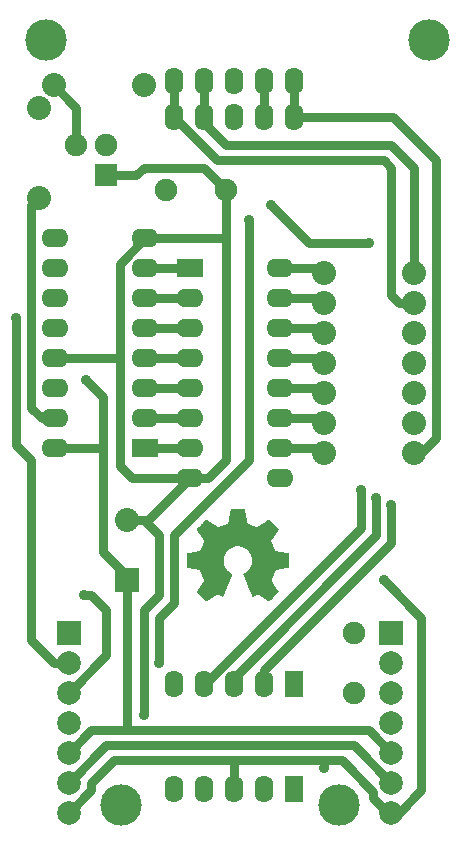
<source format=gbl>
G04 (created by PCBNEW (2013-07-07 BZR 4022)-stable) date 17/03/2015 13:31:24*
%MOIN*%
G04 Gerber Fmt 3.4, Leading zero omitted, Abs format*
%FSLAX34Y34*%
G01*
G70*
G90*
G04 APERTURE LIST*
%ADD10C,0.00590551*%
%ADD11C,0.0001*%
%ADD12R,0.0787X0.0787*%
%ADD13C,0.0787*%
%ADD14R,0.062X0.09*%
%ADD15O,0.062X0.09*%
%ADD16R,0.09X0.062*%
%ADD17O,0.09X0.062*%
%ADD18R,0.075X0.075*%
%ADD19C,0.075*%
%ADD20C,0.08*%
%ADD21R,0.08X0.08*%
%ADD22C,0.1378*%
%ADD23C,0.035*%
%ADD24C,0.03*%
G04 APERTURE END LIST*
G54D10*
G54D11*
G36*
X20092Y-28371D02*
X20092Y-28591D01*
X20092Y-28625D01*
X20092Y-28656D01*
X20092Y-28683D01*
X20092Y-28707D01*
X20092Y-28728D01*
X20092Y-28747D01*
X20092Y-28763D01*
X20092Y-28777D01*
X20091Y-28788D01*
X20091Y-28797D01*
X20091Y-28804D01*
X20091Y-28810D01*
X20090Y-28814D01*
X20090Y-28816D01*
X20090Y-28817D01*
X20085Y-28824D01*
X20078Y-28829D01*
X20070Y-28832D01*
X20067Y-28833D01*
X20061Y-28834D01*
X20052Y-28835D01*
X20040Y-28838D01*
X20026Y-28840D01*
X20009Y-28844D01*
X19990Y-28847D01*
X19970Y-28851D01*
X19947Y-28855D01*
X19924Y-28860D01*
X19899Y-28864D01*
X19873Y-28869D01*
X19861Y-28871D01*
X19830Y-28877D01*
X19802Y-28882D01*
X19777Y-28887D01*
X19755Y-28891D01*
X19736Y-28895D01*
X19719Y-28898D01*
X19704Y-28901D01*
X19692Y-28903D01*
X19682Y-28905D01*
X19673Y-28907D01*
X19666Y-28909D01*
X19661Y-28911D01*
X19656Y-28912D01*
X19653Y-28913D01*
X19651Y-28915D01*
X19649Y-28916D01*
X19647Y-28917D01*
X19646Y-28919D01*
X19645Y-28920D01*
X19645Y-28921D01*
X19644Y-28923D01*
X19642Y-28928D01*
X19638Y-28937D01*
X19634Y-28947D01*
X19629Y-28960D01*
X19622Y-28975D01*
X19615Y-28993D01*
X19608Y-29011D01*
X19600Y-29032D01*
X19591Y-29053D01*
X19582Y-29076D01*
X19577Y-29089D01*
X19566Y-29116D01*
X19556Y-29141D01*
X19547Y-29162D01*
X19540Y-29181D01*
X19533Y-29198D01*
X19528Y-29212D01*
X19523Y-29224D01*
X19519Y-29234D01*
X19517Y-29242D01*
X19514Y-29249D01*
X19513Y-29255D01*
X19512Y-29259D01*
X19511Y-29263D01*
X19511Y-29266D01*
X19511Y-29268D01*
X19512Y-29270D01*
X19513Y-29272D01*
X19513Y-29274D01*
X19514Y-29276D01*
X19518Y-29281D01*
X19523Y-29288D01*
X19529Y-29298D01*
X19537Y-29310D01*
X19546Y-29324D01*
X19557Y-29339D01*
X19569Y-29356D01*
X19581Y-29375D01*
X19595Y-29395D01*
X19609Y-29416D01*
X19624Y-29437D01*
X19631Y-29448D01*
X19646Y-29470D01*
X19661Y-29491D01*
X19675Y-29512D01*
X19688Y-29531D01*
X19700Y-29549D01*
X19711Y-29565D01*
X19721Y-29579D01*
X19730Y-29592D01*
X19737Y-29603D01*
X19743Y-29611D01*
X19747Y-29617D01*
X19749Y-29620D01*
X19749Y-29621D01*
X19751Y-29628D01*
X19750Y-29636D01*
X19749Y-29639D01*
X19748Y-29641D01*
X19744Y-29646D01*
X19737Y-29652D01*
X19729Y-29661D01*
X19719Y-29672D01*
X19706Y-29684D01*
X19692Y-29699D01*
X19676Y-29715D01*
X19659Y-29732D01*
X19640Y-29751D01*
X19620Y-29771D01*
X19599Y-29792D01*
X19590Y-29801D01*
X19567Y-29824D01*
X19546Y-29845D01*
X19527Y-29864D01*
X19511Y-29880D01*
X19496Y-29895D01*
X19483Y-29907D01*
X19472Y-29918D01*
X19463Y-29928D01*
X19454Y-29935D01*
X19447Y-29942D01*
X19442Y-29947D01*
X19437Y-29951D01*
X19433Y-29954D01*
X19430Y-29956D01*
X19427Y-29958D01*
X19425Y-29958D01*
X19423Y-29959D01*
X19421Y-29958D01*
X19419Y-29958D01*
X19418Y-29957D01*
X19417Y-29957D01*
X19415Y-29956D01*
X19410Y-29953D01*
X19402Y-29948D01*
X19393Y-29942D01*
X19381Y-29934D01*
X19367Y-29924D01*
X19351Y-29914D01*
X19334Y-29903D01*
X19316Y-29890D01*
X19297Y-29877D01*
X19277Y-29863D01*
X19262Y-29853D01*
X19234Y-29834D01*
X19210Y-29817D01*
X19188Y-29802D01*
X19168Y-29788D01*
X19151Y-29777D01*
X19136Y-29766D01*
X19122Y-29757D01*
X19111Y-29750D01*
X19102Y-29743D01*
X19094Y-29738D01*
X19087Y-29733D01*
X19082Y-29730D01*
X19077Y-29727D01*
X19074Y-29725D01*
X19071Y-29724D01*
X19069Y-29723D01*
X19068Y-29723D01*
X19067Y-29723D01*
X19066Y-29723D01*
X19064Y-29723D01*
X19063Y-29723D01*
X19062Y-29723D01*
X19060Y-29723D01*
X19057Y-29723D01*
X19055Y-29724D01*
X19051Y-29725D01*
X19048Y-29726D01*
X19042Y-29729D01*
X19036Y-29732D01*
X19027Y-29736D01*
X19017Y-29742D01*
X19005Y-29748D01*
X18989Y-29756D01*
X18975Y-29764D01*
X18956Y-29774D01*
X18941Y-29782D01*
X18927Y-29789D01*
X18917Y-29795D01*
X18908Y-29799D01*
X18901Y-29802D01*
X18895Y-29804D01*
X18891Y-29805D01*
X18888Y-29805D01*
X18885Y-29805D01*
X18883Y-29803D01*
X18881Y-29802D01*
X18880Y-29800D01*
X18879Y-29798D01*
X18876Y-29793D01*
X18873Y-29785D01*
X18868Y-29774D01*
X18862Y-29761D01*
X18856Y-29745D01*
X18848Y-29727D01*
X18840Y-29707D01*
X18830Y-29685D01*
X18821Y-29662D01*
X18810Y-29637D01*
X18799Y-29610D01*
X18788Y-29583D01*
X18776Y-29555D01*
X18764Y-29526D01*
X18752Y-29496D01*
X18739Y-29466D01*
X18727Y-29436D01*
X18714Y-29405D01*
X18701Y-29375D01*
X18689Y-29345D01*
X18677Y-29316D01*
X18665Y-29287D01*
X18654Y-29259D01*
X18643Y-29233D01*
X18632Y-29207D01*
X18622Y-29183D01*
X18613Y-29160D01*
X18605Y-29140D01*
X18597Y-29121D01*
X18590Y-29104D01*
X18584Y-29089D01*
X18580Y-29077D01*
X18576Y-29068D01*
X18573Y-29062D01*
X18572Y-29058D01*
X18572Y-29058D01*
X18572Y-29053D01*
X18573Y-29049D01*
X18576Y-29044D01*
X18580Y-29040D01*
X18587Y-29034D01*
X18597Y-29028D01*
X18605Y-29022D01*
X18614Y-29016D01*
X18624Y-29010D01*
X18632Y-29004D01*
X18639Y-28999D01*
X18642Y-28998D01*
X18648Y-28993D01*
X18655Y-28987D01*
X18664Y-28981D01*
X18673Y-28974D01*
X18675Y-28973D01*
X18696Y-28956D01*
X18717Y-28937D01*
X18737Y-28915D01*
X18757Y-28893D01*
X18774Y-28870D01*
X18785Y-28855D01*
X18805Y-28820D01*
X18822Y-28784D01*
X18836Y-28747D01*
X18848Y-28709D01*
X18855Y-28670D01*
X18860Y-28631D01*
X18861Y-28591D01*
X18859Y-28552D01*
X18854Y-28513D01*
X18846Y-28474D01*
X18834Y-28436D01*
X18829Y-28422D01*
X18812Y-28384D01*
X18792Y-28348D01*
X18770Y-28314D01*
X18745Y-28283D01*
X18717Y-28254D01*
X18687Y-28227D01*
X18654Y-28203D01*
X18620Y-28181D01*
X18596Y-28169D01*
X18560Y-28153D01*
X18525Y-28140D01*
X18490Y-28131D01*
X18453Y-28125D01*
X18416Y-28121D01*
X18386Y-28120D01*
X18368Y-28121D01*
X18352Y-28121D01*
X18338Y-28122D01*
X18324Y-28124D01*
X18308Y-28126D01*
X18297Y-28128D01*
X18260Y-28137D01*
X18223Y-28149D01*
X18187Y-28164D01*
X18152Y-28181D01*
X18119Y-28202D01*
X18088Y-28225D01*
X18058Y-28250D01*
X18034Y-28275D01*
X18008Y-28307D01*
X17984Y-28340D01*
X17964Y-28375D01*
X17947Y-28412D01*
X17933Y-28450D01*
X17922Y-28490D01*
X17914Y-28532D01*
X17913Y-28538D01*
X17912Y-28549D01*
X17911Y-28562D01*
X17911Y-28577D01*
X17911Y-28593D01*
X17911Y-28610D01*
X17912Y-28626D01*
X17913Y-28640D01*
X17914Y-28653D01*
X17914Y-28657D01*
X17921Y-28698D01*
X17932Y-28738D01*
X17946Y-28776D01*
X17963Y-28813D01*
X17983Y-28848D01*
X18007Y-28883D01*
X18011Y-28889D01*
X18022Y-28902D01*
X18035Y-28916D01*
X18049Y-28930D01*
X18064Y-28945D01*
X18078Y-28958D01*
X18092Y-28969D01*
X18097Y-28973D01*
X18105Y-28979D01*
X18114Y-28986D01*
X18123Y-28992D01*
X18129Y-28997D01*
X18130Y-28998D01*
X18136Y-29002D01*
X18144Y-29007D01*
X18153Y-29013D01*
X18162Y-29019D01*
X18167Y-29022D01*
X18178Y-29030D01*
X18187Y-29036D01*
X18193Y-29041D01*
X18197Y-29046D01*
X18199Y-29050D01*
X18200Y-29054D01*
X18200Y-29058D01*
X18199Y-29060D01*
X18197Y-29066D01*
X18193Y-29074D01*
X18189Y-29085D01*
X18184Y-29099D01*
X18177Y-29115D01*
X18170Y-29133D01*
X18162Y-29153D01*
X18153Y-29175D01*
X18143Y-29199D01*
X18133Y-29224D01*
X18122Y-29250D01*
X18110Y-29278D01*
X18099Y-29306D01*
X18087Y-29335D01*
X18074Y-29365D01*
X18062Y-29395D01*
X18049Y-29425D01*
X18037Y-29456D01*
X18024Y-29486D01*
X18012Y-29516D01*
X18000Y-29545D01*
X17988Y-29574D01*
X17976Y-29601D01*
X17965Y-29628D01*
X17955Y-29653D01*
X17944Y-29677D01*
X17935Y-29700D01*
X17926Y-29720D01*
X17919Y-29739D01*
X17911Y-29756D01*
X17905Y-29770D01*
X17900Y-29782D01*
X17896Y-29791D01*
X17894Y-29797D01*
X17892Y-29800D01*
X17892Y-29800D01*
X17890Y-29802D01*
X17888Y-29804D01*
X17886Y-29805D01*
X17883Y-29805D01*
X17879Y-29805D01*
X17875Y-29803D01*
X17869Y-29801D01*
X17861Y-29797D01*
X17851Y-29793D01*
X17840Y-29787D01*
X17826Y-29779D01*
X17809Y-29770D01*
X17797Y-29764D01*
X17779Y-29755D01*
X17765Y-29747D01*
X17752Y-29740D01*
X17743Y-29735D01*
X17735Y-29731D01*
X17728Y-29728D01*
X17723Y-29726D01*
X17720Y-29725D01*
X17717Y-29724D01*
X17714Y-29723D01*
X17712Y-29723D01*
X17710Y-29723D01*
X17708Y-29723D01*
X17707Y-29723D01*
X17706Y-29723D01*
X17705Y-29723D01*
X17704Y-29723D01*
X17702Y-29723D01*
X17700Y-29724D01*
X17697Y-29726D01*
X17693Y-29728D01*
X17689Y-29731D01*
X17683Y-29734D01*
X17676Y-29739D01*
X17667Y-29745D01*
X17657Y-29752D01*
X17645Y-29760D01*
X17631Y-29770D01*
X17615Y-29781D01*
X17597Y-29793D01*
X17576Y-29807D01*
X17553Y-29824D01*
X17528Y-29841D01*
X17507Y-29855D01*
X17487Y-29869D01*
X17467Y-29882D01*
X17449Y-29895D01*
X17432Y-29906D01*
X17416Y-29917D01*
X17402Y-29926D01*
X17391Y-29935D01*
X17381Y-29941D01*
X17373Y-29946D01*
X17369Y-29949D01*
X17367Y-29951D01*
X17358Y-29956D01*
X17350Y-29958D01*
X17342Y-29958D01*
X17342Y-29958D01*
X17340Y-29957D01*
X17336Y-29953D01*
X17329Y-29947D01*
X17320Y-29938D01*
X17309Y-29927D01*
X17295Y-29914D01*
X17279Y-29898D01*
X17260Y-29879D01*
X17239Y-29859D01*
X17216Y-29835D01*
X17190Y-29809D01*
X17180Y-29799D01*
X17157Y-29776D01*
X17136Y-29755D01*
X17117Y-29736D01*
X17101Y-29720D01*
X17086Y-29705D01*
X17073Y-29693D01*
X17063Y-29681D01*
X17053Y-29672D01*
X17045Y-29664D01*
X17039Y-29657D01*
X17034Y-29652D01*
X17030Y-29647D01*
X17026Y-29643D01*
X17024Y-29640D01*
X17023Y-29638D01*
X17022Y-29637D01*
X17021Y-29635D01*
X17021Y-29635D01*
X17020Y-29629D01*
X17021Y-29624D01*
X17021Y-29623D01*
X17023Y-29621D01*
X17026Y-29616D01*
X17030Y-29609D01*
X17037Y-29599D01*
X17045Y-29588D01*
X17054Y-29574D01*
X17065Y-29558D01*
X17076Y-29541D01*
X17089Y-29522D01*
X17103Y-29503D01*
X17117Y-29482D01*
X17132Y-29460D01*
X17139Y-29450D01*
X17154Y-29428D01*
X17168Y-29407D01*
X17182Y-29387D01*
X17195Y-29367D01*
X17208Y-29350D01*
X17219Y-29333D01*
X17229Y-29318D01*
X17238Y-29305D01*
X17245Y-29295D01*
X17251Y-29286D01*
X17255Y-29280D01*
X17257Y-29276D01*
X17257Y-29276D01*
X17258Y-29274D01*
X17259Y-29272D01*
X17260Y-29269D01*
X17261Y-29267D01*
X17261Y-29264D01*
X17260Y-29260D01*
X17259Y-29256D01*
X17258Y-29251D01*
X17256Y-29244D01*
X17253Y-29236D01*
X17249Y-29226D01*
X17245Y-29214D01*
X17239Y-29200D01*
X17233Y-29184D01*
X17226Y-29166D01*
X17217Y-29144D01*
X17208Y-29120D01*
X17197Y-29093D01*
X17195Y-29089D01*
X17186Y-29066D01*
X17177Y-29044D01*
X17168Y-29023D01*
X17161Y-29003D01*
X17153Y-28985D01*
X17147Y-28969D01*
X17141Y-28954D01*
X17136Y-28942D01*
X17132Y-28933D01*
X17129Y-28926D01*
X17127Y-28922D01*
X17127Y-28921D01*
X17126Y-28919D01*
X17125Y-28918D01*
X17124Y-28917D01*
X17122Y-28915D01*
X17120Y-28914D01*
X17117Y-28913D01*
X17113Y-28911D01*
X17108Y-28910D01*
X17102Y-28908D01*
X17094Y-28906D01*
X17084Y-28904D01*
X17073Y-28902D01*
X17059Y-28899D01*
X17043Y-28896D01*
X17025Y-28893D01*
X17004Y-28889D01*
X16981Y-28884D01*
X16954Y-28879D01*
X16924Y-28874D01*
X16910Y-28871D01*
X16884Y-28866D01*
X16859Y-28862D01*
X16834Y-28857D01*
X16811Y-28853D01*
X16790Y-28849D01*
X16770Y-28845D01*
X16752Y-28842D01*
X16737Y-28839D01*
X16724Y-28836D01*
X16714Y-28834D01*
X16706Y-28833D01*
X16702Y-28832D01*
X16701Y-28832D01*
X16693Y-28828D01*
X16686Y-28822D01*
X16681Y-28815D01*
X16681Y-28813D01*
X16680Y-28810D01*
X16680Y-28805D01*
X16680Y-28797D01*
X16679Y-28787D01*
X16679Y-28773D01*
X16679Y-28756D01*
X16679Y-28736D01*
X16679Y-28714D01*
X16679Y-28687D01*
X16679Y-28658D01*
X16679Y-28625D01*
X16679Y-28589D01*
X16679Y-28588D01*
X16680Y-28371D01*
X16685Y-28364D01*
X16689Y-28360D01*
X16693Y-28357D01*
X16694Y-28356D01*
X16697Y-28355D01*
X16702Y-28354D01*
X16711Y-28353D01*
X16722Y-28350D01*
X16736Y-28348D01*
X16753Y-28345D01*
X16771Y-28341D01*
X16792Y-28337D01*
X16814Y-28333D01*
X16838Y-28328D01*
X16863Y-28324D01*
X16889Y-28319D01*
X16909Y-28315D01*
X16942Y-28309D01*
X16974Y-28303D01*
X17002Y-28298D01*
X17028Y-28293D01*
X17051Y-28288D01*
X17071Y-28285D01*
X17088Y-28281D01*
X17102Y-28278D01*
X17113Y-28276D01*
X17120Y-28274D01*
X17125Y-28273D01*
X17125Y-28273D01*
X17131Y-28269D01*
X17136Y-28264D01*
X17137Y-28263D01*
X17138Y-28260D01*
X17141Y-28254D01*
X17145Y-28246D01*
X17150Y-28235D01*
X17156Y-28222D01*
X17162Y-28208D01*
X17169Y-28191D01*
X17177Y-28174D01*
X17185Y-28155D01*
X17193Y-28136D01*
X17201Y-28116D01*
X17210Y-28096D01*
X17218Y-28077D01*
X17227Y-28057D01*
X17235Y-28038D01*
X17242Y-28021D01*
X17249Y-28004D01*
X17255Y-27989D01*
X17261Y-27976D01*
X17265Y-27964D01*
X17269Y-27956D01*
X17271Y-27949D01*
X17273Y-27946D01*
X17273Y-27946D01*
X17273Y-27939D01*
X17271Y-27933D01*
X17271Y-27932D01*
X17270Y-27930D01*
X17267Y-27925D01*
X17262Y-27917D01*
X17255Y-27907D01*
X17247Y-27895D01*
X17238Y-27881D01*
X17227Y-27865D01*
X17215Y-27848D01*
X17202Y-27829D01*
X17189Y-27809D01*
X17174Y-27788D01*
X17159Y-27765D01*
X17147Y-27748D01*
X17132Y-27725D01*
X17117Y-27703D01*
X17102Y-27682D01*
X17089Y-27662D01*
X17076Y-27644D01*
X17064Y-27627D01*
X17054Y-27612D01*
X17045Y-27598D01*
X17037Y-27587D01*
X17031Y-27577D01*
X17026Y-27570D01*
X17023Y-27566D01*
X17022Y-27565D01*
X17021Y-27559D01*
X17021Y-27552D01*
X17021Y-27550D01*
X17022Y-27549D01*
X17022Y-27548D01*
X17023Y-27546D01*
X17025Y-27544D01*
X17027Y-27541D01*
X17030Y-27537D01*
X17034Y-27533D01*
X17039Y-27527D01*
X17045Y-27521D01*
X17053Y-27513D01*
X17062Y-27504D01*
X17072Y-27493D01*
X17085Y-27481D01*
X17099Y-27467D01*
X17115Y-27451D01*
X17133Y-27432D01*
X17153Y-27412D01*
X17176Y-27389D01*
X17179Y-27386D01*
X17202Y-27363D01*
X17223Y-27342D01*
X17242Y-27324D01*
X17258Y-27307D01*
X17273Y-27293D01*
X17286Y-27280D01*
X17297Y-27269D01*
X17306Y-27260D01*
X17314Y-27252D01*
X17321Y-27246D01*
X17326Y-27241D01*
X17331Y-27237D01*
X17334Y-27234D01*
X17337Y-27231D01*
X17339Y-27230D01*
X17341Y-27229D01*
X17342Y-27228D01*
X17343Y-27228D01*
X17349Y-27228D01*
X17355Y-27229D01*
X17355Y-27229D01*
X17357Y-27230D01*
X17362Y-27233D01*
X17370Y-27238D01*
X17379Y-27244D01*
X17391Y-27252D01*
X17405Y-27262D01*
X17421Y-27272D01*
X17438Y-27284D01*
X17457Y-27297D01*
X17477Y-27311D01*
X17498Y-27325D01*
X17521Y-27340D01*
X17539Y-27353D01*
X17562Y-27369D01*
X17584Y-27384D01*
X17605Y-27398D01*
X17625Y-27412D01*
X17644Y-27425D01*
X17661Y-27437D01*
X17677Y-27447D01*
X17691Y-27457D01*
X17703Y-27465D01*
X17712Y-27471D01*
X17719Y-27476D01*
X17724Y-27479D01*
X17726Y-27480D01*
X17728Y-27482D01*
X17730Y-27483D01*
X17733Y-27483D01*
X17735Y-27484D01*
X17738Y-27484D01*
X17742Y-27484D01*
X17747Y-27483D01*
X17753Y-27481D01*
X17760Y-27479D01*
X17769Y-27476D01*
X17779Y-27472D01*
X17791Y-27467D01*
X17806Y-27461D01*
X17823Y-27454D01*
X17842Y-27446D01*
X17864Y-27437D01*
X17889Y-27427D01*
X17903Y-27422D01*
X17932Y-27410D01*
X17957Y-27399D01*
X17980Y-27390D01*
X17999Y-27382D01*
X18015Y-27375D01*
X18029Y-27369D01*
X18040Y-27364D01*
X18048Y-27360D01*
X18054Y-27358D01*
X18057Y-27356D01*
X18057Y-27356D01*
X18061Y-27351D01*
X18064Y-27345D01*
X18065Y-27344D01*
X18065Y-27341D01*
X18067Y-27335D01*
X18068Y-27326D01*
X18071Y-27314D01*
X18073Y-27300D01*
X18077Y-27283D01*
X18080Y-27264D01*
X18084Y-27243D01*
X18089Y-27221D01*
X18093Y-27197D01*
X18098Y-27171D01*
X18103Y-27145D01*
X18107Y-27120D01*
X18112Y-27093D01*
X18117Y-27067D01*
X18122Y-27042D01*
X18127Y-27018D01*
X18131Y-26996D01*
X18135Y-26975D01*
X18138Y-26957D01*
X18141Y-26941D01*
X18144Y-26927D01*
X18146Y-26916D01*
X18148Y-26907D01*
X18149Y-26902D01*
X18150Y-26900D01*
X18153Y-26896D01*
X18157Y-26892D01*
X18158Y-26891D01*
X18164Y-26887D01*
X18386Y-26887D01*
X18608Y-26887D01*
X18614Y-26892D01*
X18619Y-26896D01*
X18622Y-26900D01*
X18623Y-26901D01*
X18623Y-26904D01*
X18624Y-26909D01*
X18626Y-26918D01*
X18628Y-26930D01*
X18631Y-26944D01*
X18634Y-26960D01*
X18638Y-26979D01*
X18642Y-27000D01*
X18646Y-27022D01*
X18651Y-27046D01*
X18655Y-27071D01*
X18660Y-27098D01*
X18665Y-27125D01*
X18671Y-27157D01*
X18677Y-27187D01*
X18682Y-27213D01*
X18686Y-27237D01*
X18690Y-27257D01*
X18694Y-27275D01*
X18697Y-27291D01*
X18699Y-27304D01*
X18702Y-27316D01*
X18704Y-27325D01*
X18706Y-27333D01*
X18707Y-27339D01*
X18709Y-27345D01*
X18710Y-27349D01*
X18711Y-27352D01*
X18713Y-27354D01*
X18714Y-27355D01*
X18715Y-27357D01*
X18717Y-27358D01*
X18718Y-27359D01*
X18719Y-27359D01*
X18721Y-27360D01*
X18726Y-27363D01*
X18734Y-27366D01*
X18745Y-27370D01*
X18758Y-27376D01*
X18773Y-27382D01*
X18790Y-27389D01*
X18808Y-27397D01*
X18828Y-27405D01*
X18849Y-27413D01*
X18871Y-27422D01*
X18871Y-27422D01*
X18897Y-27433D01*
X18921Y-27443D01*
X18941Y-27451D01*
X18959Y-27459D01*
X18975Y-27465D01*
X18988Y-27470D01*
X18999Y-27474D01*
X19009Y-27478D01*
X19017Y-27480D01*
X19023Y-27482D01*
X19029Y-27483D01*
X19033Y-27484D01*
X19036Y-27484D01*
X19039Y-27483D01*
X19042Y-27483D01*
X19044Y-27481D01*
X19047Y-27480D01*
X19049Y-27478D01*
X19052Y-27477D01*
X19057Y-27473D01*
X19065Y-27468D01*
X19076Y-27461D01*
X19088Y-27452D01*
X19102Y-27442D01*
X19119Y-27431D01*
X19136Y-27419D01*
X19156Y-27406D01*
X19176Y-27392D01*
X19197Y-27377D01*
X19219Y-27362D01*
X19235Y-27351D01*
X19258Y-27336D01*
X19279Y-27321D01*
X19300Y-27307D01*
X19320Y-27293D01*
X19338Y-27281D01*
X19355Y-27269D01*
X19371Y-27259D01*
X19384Y-27250D01*
X19395Y-27243D01*
X19404Y-27236D01*
X19411Y-27232D01*
X19415Y-27230D01*
X19417Y-27229D01*
X19422Y-27228D01*
X19428Y-27228D01*
X19429Y-27228D01*
X19430Y-27229D01*
X19432Y-27229D01*
X19434Y-27231D01*
X19436Y-27233D01*
X19440Y-27236D01*
X19444Y-27239D01*
X19449Y-27244D01*
X19455Y-27250D01*
X19463Y-27257D01*
X19472Y-27266D01*
X19482Y-27276D01*
X19494Y-27288D01*
X19508Y-27302D01*
X19524Y-27318D01*
X19542Y-27335D01*
X19562Y-27355D01*
X19584Y-27378D01*
X19593Y-27386D01*
X19616Y-27409D01*
X19636Y-27430D01*
X19655Y-27449D01*
X19671Y-27465D01*
X19686Y-27479D01*
X19698Y-27492D01*
X19709Y-27503D01*
X19718Y-27512D01*
X19726Y-27520D01*
X19732Y-27527D01*
X19737Y-27532D01*
X19741Y-27537D01*
X19744Y-27540D01*
X19747Y-27543D01*
X19748Y-27546D01*
X19749Y-27547D01*
X19750Y-27549D01*
X19751Y-27550D01*
X19751Y-27551D01*
X19751Y-27552D01*
X19751Y-27559D01*
X19749Y-27565D01*
X19748Y-27567D01*
X19745Y-27572D01*
X19740Y-27579D01*
X19733Y-27589D01*
X19725Y-27601D01*
X19716Y-27615D01*
X19705Y-27631D01*
X19693Y-27648D01*
X19680Y-27667D01*
X19667Y-27687D01*
X19652Y-27708D01*
X19637Y-27730D01*
X19626Y-27746D01*
X19610Y-27769D01*
X19595Y-27790D01*
X19581Y-27811D01*
X19568Y-27831D01*
X19555Y-27850D01*
X19543Y-27867D01*
X19533Y-27882D01*
X19524Y-27896D01*
X19516Y-27908D01*
X19510Y-27917D01*
X19505Y-27924D01*
X19503Y-27928D01*
X19502Y-27930D01*
X19499Y-27939D01*
X19499Y-27945D01*
X19500Y-27947D01*
X19502Y-27953D01*
X19505Y-27961D01*
X19510Y-27972D01*
X19515Y-27985D01*
X19521Y-28000D01*
X19528Y-28016D01*
X19535Y-28033D01*
X19543Y-28052D01*
X19551Y-28071D01*
X19560Y-28091D01*
X19568Y-28111D01*
X19576Y-28131D01*
X19585Y-28150D01*
X19593Y-28169D01*
X19601Y-28187D01*
X19608Y-28204D01*
X19615Y-28219D01*
X19620Y-28232D01*
X19626Y-28244D01*
X19630Y-28253D01*
X19633Y-28259D01*
X19634Y-28263D01*
X19635Y-28263D01*
X19639Y-28268D01*
X19645Y-28272D01*
X19646Y-28273D01*
X19649Y-28274D01*
X19656Y-28275D01*
X19665Y-28277D01*
X19678Y-28280D01*
X19694Y-28283D01*
X19713Y-28287D01*
X19735Y-28291D01*
X19760Y-28296D01*
X19787Y-28301D01*
X19818Y-28307D01*
X19850Y-28313D01*
X19860Y-28315D01*
X19887Y-28320D01*
X19913Y-28324D01*
X19938Y-28329D01*
X19961Y-28333D01*
X19983Y-28337D01*
X20003Y-28341D01*
X20021Y-28345D01*
X20037Y-28348D01*
X20050Y-28350D01*
X20061Y-28352D01*
X20068Y-28354D01*
X20073Y-28355D01*
X20074Y-28355D01*
X20081Y-28359D01*
X20087Y-28364D01*
X20092Y-28371D01*
X20092Y-28371D01*
X20092Y-28371D01*
G37*
G54D12*
X12750Y-31000D03*
G54D13*
X12750Y-32000D03*
X12750Y-33000D03*
X12750Y-34000D03*
X12750Y-35000D03*
X12750Y-36000D03*
X12750Y-37000D03*
G54D14*
X20250Y-32700D03*
G54D15*
X19250Y-32700D03*
X18250Y-32700D03*
X17250Y-32700D03*
X16250Y-32700D03*
X16250Y-13800D03*
X17250Y-13800D03*
X18250Y-13800D03*
X19250Y-13800D03*
X20250Y-13800D03*
G54D12*
X23500Y-31000D03*
G54D13*
X23500Y-32000D03*
X23500Y-33000D03*
X23500Y-34000D03*
X23500Y-35000D03*
X23500Y-36000D03*
X23500Y-37000D03*
G54D16*
X15300Y-24850D03*
G54D17*
X15300Y-23850D03*
X15300Y-22850D03*
X15300Y-21850D03*
X15300Y-20850D03*
X15300Y-19850D03*
X15300Y-18850D03*
X15300Y-17850D03*
X12300Y-17850D03*
X12300Y-18850D03*
X12300Y-19850D03*
X12300Y-20850D03*
X12300Y-21850D03*
X12300Y-22850D03*
X12300Y-23850D03*
X12300Y-24850D03*
G54D18*
X14000Y-15750D03*
G54D19*
X14000Y-14750D03*
X13000Y-14750D03*
G54D20*
X11750Y-16500D03*
X11750Y-13500D03*
X15250Y-12750D03*
X12250Y-12750D03*
G54D21*
X14700Y-29250D03*
G54D20*
X14700Y-27250D03*
G54D19*
X16000Y-16250D03*
X18000Y-16250D03*
G54D16*
X16800Y-18850D03*
G54D17*
X16800Y-19850D03*
X16800Y-20850D03*
X16800Y-21850D03*
X16800Y-22850D03*
X16800Y-23850D03*
X16800Y-24850D03*
X16800Y-25850D03*
X19800Y-25850D03*
X19800Y-24850D03*
X19800Y-23850D03*
X19800Y-22850D03*
X19800Y-21850D03*
X19800Y-20850D03*
X19800Y-19850D03*
X19800Y-18850D03*
G54D22*
X24750Y-11250D03*
X12000Y-11250D03*
X14500Y-36750D03*
X21750Y-36750D03*
G54D20*
X21250Y-19000D03*
X24250Y-19000D03*
X21250Y-20000D03*
X24250Y-20000D03*
X21250Y-21000D03*
X24250Y-21000D03*
X21250Y-22000D03*
X24250Y-22000D03*
X21250Y-23000D03*
X24250Y-23000D03*
X21250Y-24000D03*
X24250Y-24000D03*
X21250Y-25000D03*
X24250Y-25000D03*
G54D14*
X20250Y-36200D03*
G54D15*
X19250Y-36200D03*
X18250Y-36200D03*
X17250Y-36200D03*
X16250Y-36200D03*
X16250Y-12600D03*
X17250Y-12600D03*
X18250Y-12600D03*
X19250Y-12600D03*
X20250Y-12600D03*
G54D19*
X22250Y-31000D03*
X22250Y-33000D03*
G54D23*
X13320Y-22570D03*
X11000Y-20500D03*
X13250Y-29750D03*
X15250Y-33750D03*
X22750Y-18000D03*
X19500Y-16750D03*
X22500Y-26250D03*
X23500Y-26750D03*
X23000Y-26500D03*
X23250Y-29250D03*
X21250Y-35500D03*
X18750Y-17250D03*
X15750Y-32000D03*
G54D24*
X22000Y-34250D02*
X22750Y-34250D01*
X13900Y-28300D02*
X13900Y-24850D01*
X22750Y-34250D02*
X23500Y-35000D01*
X14500Y-34250D02*
X22000Y-34250D01*
X13900Y-23150D02*
X13320Y-22570D01*
X13900Y-24850D02*
X13900Y-24250D01*
X13900Y-24250D02*
X13900Y-23150D01*
X13900Y-23150D02*
X13320Y-22570D01*
X14700Y-34250D02*
X14500Y-34250D01*
X14700Y-29250D02*
X14700Y-34250D01*
X13750Y-34250D02*
X14500Y-34250D01*
X12300Y-24850D02*
X13900Y-24850D01*
X12750Y-35000D02*
X13500Y-34250D01*
X14700Y-29100D02*
X13900Y-28300D01*
X13500Y-34250D02*
X13750Y-34250D01*
X14700Y-29250D02*
X14700Y-29100D01*
X22750Y-34250D02*
X23500Y-35000D01*
X12750Y-32000D02*
X12250Y-32000D01*
X11000Y-24750D02*
X11000Y-20500D01*
X11500Y-31250D02*
X11500Y-25250D01*
X11500Y-25250D02*
X11000Y-24750D01*
X12250Y-32000D02*
X11500Y-31250D01*
X12750Y-33000D02*
X14000Y-31750D01*
X14000Y-30250D02*
X13500Y-29750D01*
X14000Y-31750D02*
X14000Y-30250D01*
X13500Y-29750D02*
X13250Y-29750D01*
X15250Y-33750D02*
X15250Y-31750D01*
X18000Y-25250D02*
X18000Y-17750D01*
X15400Y-27250D02*
X16800Y-25850D01*
X15250Y-31750D02*
X15250Y-30250D01*
X15250Y-30250D02*
X15750Y-29750D01*
X16750Y-17850D02*
X15300Y-17850D01*
X16800Y-25850D02*
X14850Y-25850D01*
X14000Y-34750D02*
X12750Y-36000D01*
X18000Y-17850D02*
X18000Y-17750D01*
X15000Y-15750D02*
X15250Y-15500D01*
X23500Y-36000D02*
X22250Y-34750D01*
X16750Y-17850D02*
X18000Y-17850D01*
X14450Y-25450D02*
X14450Y-21850D01*
X14450Y-21850D02*
X14450Y-20900D01*
X14000Y-15750D02*
X15000Y-15750D01*
X16800Y-25850D02*
X17400Y-25850D01*
X12300Y-21850D02*
X14450Y-21850D01*
X18000Y-17750D02*
X18000Y-16250D01*
X22250Y-34750D02*
X14598Y-34750D01*
X15750Y-27750D02*
X15250Y-27250D01*
X14598Y-34750D02*
X14000Y-34750D01*
X17250Y-15500D02*
X18000Y-16250D01*
X15250Y-27250D02*
X15400Y-27250D01*
X14450Y-20900D02*
X14450Y-18700D01*
X15750Y-29750D02*
X15750Y-27750D01*
X14450Y-18700D02*
X15300Y-17850D01*
X15250Y-15500D02*
X17250Y-15500D01*
X14700Y-27250D02*
X15250Y-27250D01*
X17400Y-25850D02*
X18000Y-25250D01*
X14850Y-25850D02*
X14450Y-25450D01*
X11500Y-16750D02*
X11750Y-16500D01*
X12300Y-23850D02*
X11850Y-23850D01*
X11850Y-23850D02*
X11500Y-23500D01*
X11500Y-23500D02*
X11500Y-16750D01*
X15300Y-20850D02*
X16800Y-20850D01*
X15300Y-22850D02*
X16800Y-22850D01*
X15300Y-24850D02*
X16800Y-24850D01*
X19500Y-16750D02*
X20750Y-18000D01*
X20750Y-18000D02*
X22750Y-18000D01*
X19250Y-13800D02*
X19250Y-12600D01*
X15300Y-23850D02*
X16800Y-23850D01*
X15300Y-21850D02*
X16800Y-21850D01*
X15300Y-19850D02*
X16800Y-19850D01*
X21100Y-24850D02*
X21250Y-25000D01*
X19800Y-24850D02*
X21100Y-24850D01*
X19800Y-18850D02*
X21100Y-18850D01*
X21100Y-18850D02*
X21250Y-19000D01*
X21100Y-19850D02*
X21250Y-20000D01*
X19800Y-19850D02*
X21100Y-19850D01*
X19800Y-20850D02*
X21100Y-20850D01*
X21100Y-20850D02*
X21250Y-21000D01*
X21100Y-21850D02*
X21250Y-22000D01*
X19800Y-21850D02*
X21100Y-21850D01*
X19800Y-22850D02*
X21100Y-22850D01*
X21100Y-22850D02*
X21250Y-23000D01*
X21100Y-23850D02*
X21250Y-24000D01*
X19800Y-23850D02*
X21100Y-23850D01*
X13000Y-14750D02*
X13000Y-13500D01*
X13000Y-13500D02*
X12250Y-12750D01*
X23750Y-20000D02*
X23500Y-19750D01*
X24250Y-20000D02*
X23750Y-20000D01*
X23500Y-15500D02*
X23250Y-15250D01*
X16250Y-13800D02*
X16250Y-12600D01*
X23250Y-15250D02*
X17700Y-15250D01*
X17700Y-15250D02*
X16250Y-13800D01*
X23500Y-19750D02*
X23500Y-15500D01*
X22500Y-27500D02*
X22500Y-26250D01*
X17250Y-32700D02*
X17300Y-32700D01*
X17300Y-32700D02*
X22500Y-27500D01*
X23500Y-28000D02*
X23500Y-27750D01*
X19250Y-32250D02*
X23500Y-28000D01*
X19250Y-32700D02*
X19250Y-32250D01*
X23500Y-27750D02*
X23500Y-26750D01*
X20250Y-13800D02*
X20250Y-12600D01*
X24250Y-25000D02*
X24500Y-25000D01*
X23550Y-13800D02*
X24250Y-14500D01*
X24500Y-25000D02*
X25000Y-24500D01*
X20250Y-13800D02*
X23550Y-13800D01*
X25000Y-15250D02*
X24250Y-14500D01*
X25000Y-24500D02*
X25000Y-15250D01*
X18250Y-32500D02*
X23000Y-27750D01*
X18250Y-32700D02*
X18250Y-32500D01*
X23000Y-27750D02*
X23000Y-26500D01*
X17250Y-13800D02*
X17250Y-12600D01*
X17250Y-13800D02*
X17250Y-14000D01*
X24250Y-15500D02*
X24250Y-19000D01*
X17250Y-14000D02*
X18000Y-14750D01*
X23500Y-14750D02*
X24250Y-15500D01*
X18000Y-14750D02*
X23500Y-14750D01*
X23750Y-37000D02*
X24500Y-36250D01*
X24500Y-30500D02*
X23250Y-29250D01*
X24500Y-36250D02*
X24500Y-30500D01*
X18250Y-36200D02*
X18250Y-35250D01*
X20250Y-35250D02*
X21250Y-35250D01*
X23500Y-37000D02*
X23750Y-37000D01*
X23500Y-37000D02*
X23400Y-37000D01*
X21850Y-35250D02*
X21750Y-35250D01*
X22900Y-36300D02*
X21850Y-35250D01*
X22900Y-36500D02*
X22900Y-36300D01*
X23400Y-37000D02*
X22900Y-36500D01*
X21250Y-35250D02*
X21750Y-35250D01*
X13500Y-36250D02*
X13500Y-36000D01*
X12750Y-37000D02*
X13500Y-36250D01*
X21250Y-35500D02*
X21250Y-35250D01*
X14250Y-35250D02*
X18250Y-35250D01*
X18250Y-35250D02*
X20250Y-35250D01*
X13500Y-36000D02*
X14250Y-35250D01*
X16250Y-30000D02*
X16250Y-27750D01*
X16250Y-27750D02*
X18750Y-25250D01*
X18750Y-25250D02*
X18750Y-17250D01*
X15750Y-30500D02*
X16250Y-30000D01*
X15750Y-32000D02*
X15750Y-30500D01*
X15300Y-18850D02*
X16800Y-18850D01*
M02*

</source>
